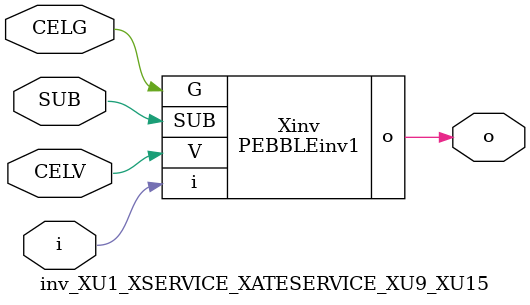
<source format=v>



module PEBBLEinv1 ( o, G, SUB, V, i );

  input V;
  input i;
  input G;
  output o;
  input SUB;
endmodule

//Celera Confidential Do Not Copy inv_XU1_XSERVICE_XATESERVICE_XU9_XU15
//Celera Confidential Symbol Generator
//5V Inverter
module inv_XU1_XSERVICE_XATESERVICE_XU9_XU15 (CELV,CELG,i,o,SUB);
input CELV;
input CELG;
input i;
input SUB;
output o;

//Celera Confidential Do Not Copy inv
PEBBLEinv1 Xinv(
.V (CELV),
.i (i),
.o (o),
.SUB (SUB),
.G (CELG)
);
//,diesize,PEBBLEinv1

//Celera Confidential Do Not Copy Module End
//Celera Schematic Generator
endmodule

</source>
